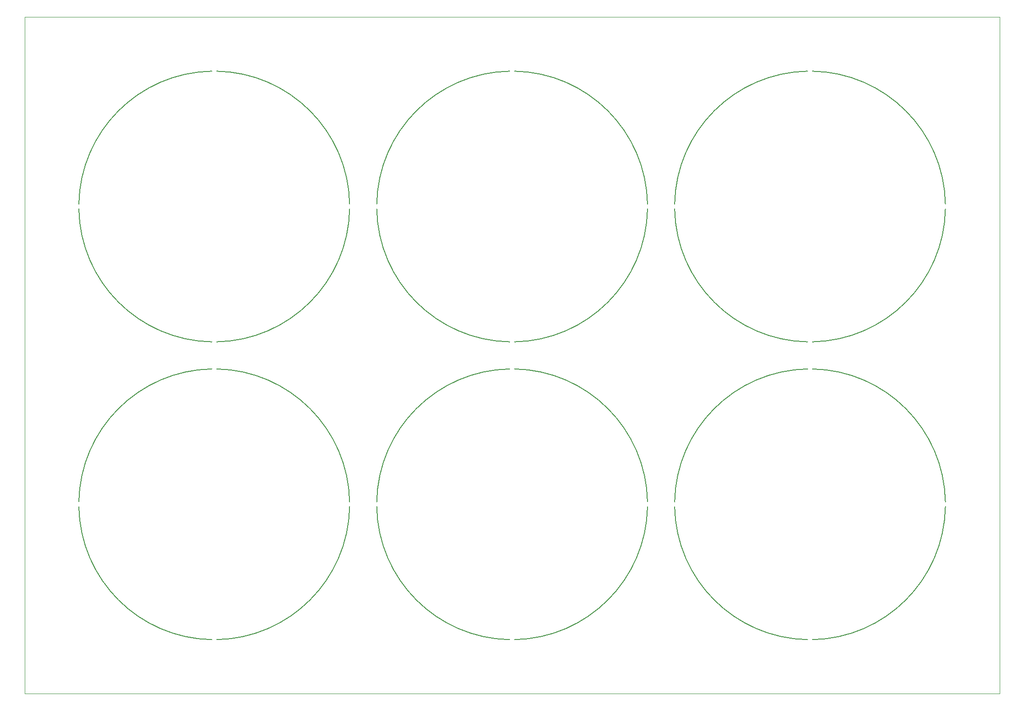
<source format=gm1>
G04*
G04 #@! TF.GenerationSoftware,Altium Limited,Altium Designer,22.3.1 (43)*
G04*
G04 Layer_Color=16711935*
%FSLAX25Y25*%
%MOIN*%
G70*
G04*
G04 #@! TF.SameCoordinates,BE9F1A3D-2FD5-4231-B36C-A3B311DF6078*
G04*
G04*
G04 #@! TF.FilePolarity,Positive*
G04*
G01*
G75*
%ADD43C,0.00787*%
%ADD51C,0.00394*%
D43*
X139513Y39385D02*
G03*
X236206Y136077I-1718J98410D01*
G01*
X39385D02*
G03*
X136077Y39385I98410J1718D01*
G01*
Y236206D02*
G03*
X39385Y139513I1718J-98410D01*
G01*
X236206D02*
G03*
X139513Y236206I-98410J-1718D01*
G01*
X356048Y39385D02*
G03*
X452741Y136077I-1718J98410D01*
G01*
X255921D02*
G03*
X352613Y39385I98410J1718D01*
G01*
Y236206D02*
G03*
X255921Y139513I1718J-98410D01*
G01*
X452741D02*
G03*
X356048Y236206I-98410J-1718D01*
G01*
X572584Y39385D02*
G03*
X669276Y136077I-1718J98410D01*
G01*
X472456D02*
G03*
X569148Y39385I98410J1718D01*
G01*
Y236206D02*
G03*
X472456Y139513I1718J-98410D01*
G01*
X669276D02*
G03*
X572584Y236206I-98410J-1718D01*
G01*
X139513Y255921D02*
G03*
X236206Y352613I-1718J98410D01*
G01*
X39385D02*
G03*
X136077Y255921I98410J1718D01*
G01*
Y452741D02*
G03*
X39385Y356048I1718J-98410D01*
G01*
X236206D02*
G03*
X139513Y452741I-98410J-1718D01*
G01*
X356048Y255921D02*
G03*
X452741Y352613I-1718J98410D01*
G01*
X255921D02*
G03*
X352613Y255921I98410J1718D01*
G01*
Y452741D02*
G03*
X255921Y356048I1718J-98410D01*
G01*
X452741D02*
G03*
X356048Y452741I-98410J-1718D01*
G01*
X572584Y255921D02*
G03*
X669276Y352613I-1718J98410D01*
G01*
X472456D02*
G03*
X569148Y255921I98410J1718D01*
G01*
Y452741D02*
G03*
X472456Y356048I1718J-98410D01*
G01*
X669276D02*
G03*
X572584Y452741I-98410J-1718D01*
G01*
D51*
X0Y0D02*
X708661D01*
X0Y492126D02*
X708661D01*
Y0D02*
Y492126D01*
X0Y0D02*
Y492126D01*
M02*

</source>
